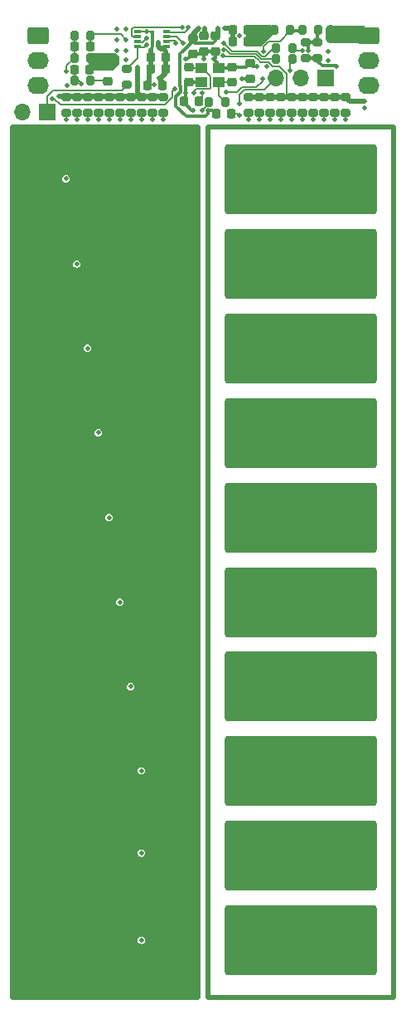
<source format=gbl>
G04 #@! TF.GenerationSoftware,KiCad,Pcbnew,(6.0.7)*
G04 #@! TF.CreationDate,2022-10-27T11:33:35+02:00*
G04 #@! TF.ProjectId,DualLevelSensor,4475616c-4c65-4766-956c-53656e736f72,rev?*
G04 #@! TF.SameCoordinates,Original*
G04 #@! TF.FileFunction,Copper,L4,Bot*
G04 #@! TF.FilePolarity,Positive*
%FSLAX46Y46*%
G04 Gerber Fmt 4.6, Leading zero omitted, Abs format (unit mm)*
G04 Created by KiCad (PCBNEW (6.0.7)) date 2022-10-27 11:33:35*
%MOMM*%
%LPD*%
G01*
G04 APERTURE LIST*
G04 Aperture macros list*
%AMRoundRect*
0 Rectangle with rounded corners*
0 $1 Rounding radius*
0 $2 $3 $4 $5 $6 $7 $8 $9 X,Y pos of 4 corners*
0 Add a 4 corners polygon primitive as box body*
4,1,4,$2,$3,$4,$5,$6,$7,$8,$9,$2,$3,0*
0 Add four circle primitives for the rounded corners*
1,1,$1+$1,$2,$3*
1,1,$1+$1,$4,$5*
1,1,$1+$1,$6,$7*
1,1,$1+$1,$8,$9*
0 Add four rect primitives between the rounded corners*
20,1,$1+$1,$2,$3,$4,$5,0*
20,1,$1+$1,$4,$5,$6,$7,0*
20,1,$1+$1,$6,$7,$8,$9,0*
20,1,$1+$1,$8,$9,$2,$3,0*%
G04 Aperture macros list end*
G04 #@! TA.AperFunction,ComponentPad*
%ADD10O,1.050000X1.900000*%
G04 #@! TD*
G04 #@! TA.AperFunction,ComponentPad*
%ADD11R,1.700000X1.700000*%
G04 #@! TD*
G04 #@! TA.AperFunction,ComponentPad*
%ADD12O,1.700000X1.700000*%
G04 #@! TD*
G04 #@! TA.AperFunction,SMDPad,CuDef*
%ADD13RoundRect,0.200000X0.275000X-0.200000X0.275000X0.200000X-0.275000X0.200000X-0.275000X-0.200000X0*%
G04 #@! TD*
G04 #@! TA.AperFunction,SMDPad,CuDef*
%ADD14RoundRect,0.250000X-7.500000X-3.312500X7.500000X-3.312500X7.500000X3.312500X-7.500000X3.312500X0*%
G04 #@! TD*
G04 #@! TA.AperFunction,SMDPad,CuDef*
%ADD15RoundRect,0.200000X-0.275000X0.200000X-0.275000X-0.200000X0.275000X-0.200000X0.275000X0.200000X0*%
G04 #@! TD*
G04 #@! TA.AperFunction,SMDPad,CuDef*
%ADD16RoundRect,0.225000X-0.250000X0.225000X-0.250000X-0.225000X0.250000X-0.225000X0.250000X0.225000X0*%
G04 #@! TD*
G04 #@! TA.AperFunction,SMDPad,CuDef*
%ADD17RoundRect,0.250000X0.250000X0.250000X-0.250000X0.250000X-0.250000X-0.250000X0.250000X-0.250000X0*%
G04 #@! TD*
G04 #@! TA.AperFunction,SMDPad,CuDef*
%ADD18R,1.150000X1.000000*%
G04 #@! TD*
G04 #@! TA.AperFunction,SMDPad,CuDef*
%ADD19RoundRect,0.225000X0.225000X0.250000X-0.225000X0.250000X-0.225000X-0.250000X0.225000X-0.250000X0*%
G04 #@! TD*
G04 #@! TA.AperFunction,SMDPad,CuDef*
%ADD20RoundRect,0.225000X-0.225000X-0.250000X0.225000X-0.250000X0.225000X0.250000X-0.225000X0.250000X0*%
G04 #@! TD*
G04 #@! TA.AperFunction,SMDPad,CuDef*
%ADD21RoundRect,0.200000X-0.200000X-0.275000X0.200000X-0.275000X0.200000X0.275000X-0.200000X0.275000X0*%
G04 #@! TD*
G04 #@! TA.AperFunction,SMDPad,CuDef*
%ADD22RoundRect,0.225000X0.250000X-0.225000X0.250000X0.225000X-0.250000X0.225000X-0.250000X-0.225000X0*%
G04 #@! TD*
G04 #@! TA.AperFunction,SMDPad,CuDef*
%ADD23RoundRect,0.200000X0.200000X0.275000X-0.200000X0.275000X-0.200000X-0.275000X0.200000X-0.275000X0*%
G04 #@! TD*
G04 #@! TA.AperFunction,ComponentPad*
%ADD24RoundRect,0.250000X-0.845000X0.620000X-0.845000X-0.620000X0.845000X-0.620000X0.845000X0.620000X0*%
G04 #@! TD*
G04 #@! TA.AperFunction,ComponentPad*
%ADD25O,2.190000X1.740000*%
G04 #@! TD*
G04 #@! TA.AperFunction,SMDPad,CuDef*
%ADD26R,0.750000X0.300000*%
G04 #@! TD*
G04 #@! TA.AperFunction,SMDPad,CuDef*
%ADD27R,0.300000X1.700000*%
G04 #@! TD*
G04 #@! TA.AperFunction,ViaPad*
%ADD28C,0.500000*%
G04 #@! TD*
G04 #@! TA.AperFunction,Conductor*
%ADD29C,0.127000*%
G04 #@! TD*
G04 #@! TA.AperFunction,Conductor*
%ADD30C,0.300000*%
G04 #@! TD*
G04 #@! TA.AperFunction,Conductor*
%ADD31C,0.200000*%
G04 #@! TD*
G04 #@! TA.AperFunction,Conductor*
%ADD32C,0.500000*%
G04 #@! TD*
G04 APERTURE END LIST*
D10*
X108075000Y-31250000D03*
X100925000Y-31250000D03*
D11*
X79050000Y-39175000D03*
D12*
X76510000Y-39175000D03*
D13*
X85400000Y-39275000D03*
X85400000Y-37625000D03*
X107350000Y-39275000D03*
X107350000Y-37625000D03*
D14*
X105000000Y-106438000D03*
D15*
X106700000Y-32075000D03*
X106700000Y-33725000D03*
D16*
X95100000Y-31425000D03*
X95100000Y-32975000D03*
D13*
X101850000Y-39275000D03*
X101850000Y-37625000D03*
X102950000Y-39275000D03*
X102950000Y-37625000D03*
D14*
X105000000Y-89188000D03*
X105000000Y-46063000D03*
D17*
X77000000Y-42750000D03*
D18*
X94875000Y-34700000D03*
X96625000Y-34700000D03*
X96625000Y-36100000D03*
X94875000Y-36100000D03*
D19*
X91225000Y-33600000D03*
X89675000Y-33600000D03*
D13*
X82100000Y-39275000D03*
X82100000Y-37625000D03*
D16*
X85275000Y-34475000D03*
X85275000Y-36025000D03*
X96250000Y-31425000D03*
X96250000Y-32975000D03*
D13*
X105150000Y-39275000D03*
X105150000Y-37625000D03*
D20*
X98025000Y-30850000D03*
X99575000Y-30850000D03*
D21*
X81850000Y-33650000D03*
X83500000Y-33650000D03*
D19*
X83425000Y-34850000D03*
X81875000Y-34850000D03*
D22*
X98000000Y-36175000D03*
X98000000Y-34625000D03*
D13*
X106250000Y-39275000D03*
X106250000Y-37625000D03*
D23*
X103925000Y-30800000D03*
X102275000Y-30800000D03*
D14*
X105000000Y-80563000D03*
D20*
X81900000Y-32500000D03*
X83450000Y-32500000D03*
D13*
X89800000Y-39275000D03*
X89800000Y-37625000D03*
X88700000Y-39275000D03*
X88700000Y-37625000D03*
X109550000Y-39275000D03*
X109550000Y-37625000D03*
X83200000Y-39275000D03*
X83200000Y-37625000D03*
D15*
X105500000Y-32075000D03*
X105500000Y-33725000D03*
D14*
X105000000Y-115063000D03*
D23*
X83500000Y-31400000D03*
X81850000Y-31400000D03*
X104125000Y-33800000D03*
X102475000Y-33800000D03*
D14*
X105000000Y-63313000D03*
D20*
X96325000Y-39350000D03*
X97875000Y-39350000D03*
D13*
X100750000Y-39275000D03*
X100750000Y-37625000D03*
D21*
X95625000Y-38150000D03*
X97275000Y-38150000D03*
D24*
X111920000Y-31360000D03*
D25*
X111920000Y-33900000D03*
X111920000Y-36440000D03*
D23*
X104125000Y-32650000D03*
X102475000Y-32650000D03*
D26*
X88350000Y-32500000D03*
X88350000Y-32000000D03*
X88350000Y-31500000D03*
X88350000Y-31000000D03*
X91250000Y-31000000D03*
X91250000Y-31500000D03*
X91250000Y-32000000D03*
X91250000Y-32500000D03*
D27*
X89800000Y-31750000D03*
D23*
X106775000Y-30800000D03*
X105125000Y-30800000D03*
D13*
X81000000Y-39275000D03*
X81000000Y-37625000D03*
D11*
X107500000Y-35750000D03*
D12*
X104960000Y-35750000D03*
X102420000Y-35750000D03*
D13*
X104050000Y-39275000D03*
X104050000Y-37625000D03*
D14*
X105000000Y-97813000D03*
D15*
X87250000Y-34775000D03*
X87250000Y-36425000D03*
D19*
X90875000Y-36500000D03*
X89325000Y-36500000D03*
D14*
X105000000Y-54688000D03*
X105000000Y-71938000D03*
X105000000Y-123688000D03*
D13*
X99650000Y-39275000D03*
X99650000Y-37625000D03*
D24*
X78170000Y-31360000D03*
D25*
X78170000Y-33900000D03*
X78170000Y-36440000D03*
D13*
X108450000Y-39275000D03*
X108450000Y-37625000D03*
D20*
X98025000Y-32000000D03*
X99575000Y-32000000D03*
D13*
X84300000Y-39275000D03*
X84300000Y-37625000D03*
X87600000Y-39275000D03*
X87600000Y-37625000D03*
D16*
X93950000Y-31675000D03*
X93950000Y-33225000D03*
X93550000Y-34625000D03*
X93550000Y-36175000D03*
D13*
X86500000Y-39275000D03*
X86500000Y-37625000D03*
D21*
X81850000Y-36000000D03*
X83500000Y-36000000D03*
D22*
X99800000Y-35775000D03*
X99800000Y-34225000D03*
D19*
X94575000Y-38100000D03*
X93025000Y-38100000D03*
D13*
X90900000Y-39275000D03*
X90900000Y-37625000D03*
D19*
X91225000Y-34750000D03*
X89675000Y-34750000D03*
D28*
X94050000Y-37250000D03*
X93200000Y-33750000D03*
X86200000Y-30750000D03*
X98700000Y-39550000D03*
X100550000Y-34550000D03*
X86200000Y-32900000D03*
X95100000Y-33800000D03*
X81123571Y-36510000D03*
X89700000Y-32850000D03*
X111500000Y-38750000D03*
X89250000Y-31000000D03*
X107800000Y-33000000D03*
X86200000Y-31800000D03*
X84250000Y-33450000D03*
X101488873Y-34540000D03*
X107800000Y-33950000D03*
X93986127Y-39006000D03*
X93250000Y-37250000D03*
X96100000Y-33800000D03*
X84250000Y-34050000D03*
X90048500Y-36381314D03*
X86200000Y-33850000D03*
X87150000Y-30750000D03*
X98950000Y-35800000D03*
X97200000Y-30600000D03*
X87150000Y-32900000D03*
X98700000Y-31400000D03*
X95167978Y-30602996D03*
X87150000Y-33850000D03*
X94950000Y-37240000D03*
X87150000Y-31800000D03*
X90500000Y-35750000D03*
X90450000Y-32050000D03*
X94500000Y-40750000D03*
X75500000Y-129500000D03*
X94500000Y-129500000D03*
X75500000Y-40750000D03*
X95500000Y-40750000D03*
X114500000Y-40750000D03*
X114500000Y-129500000D03*
X95500000Y-129500000D03*
X96550000Y-30600000D03*
X94541483Y-30599959D03*
X95550000Y-39001500D03*
X82600000Y-36300000D03*
X81048500Y-35000000D03*
X105800000Y-32940000D03*
X105150000Y-32940000D03*
X103910890Y-34990785D03*
X101061796Y-35796303D03*
X97386234Y-37196558D03*
X98761127Y-38344000D03*
X81000000Y-39950000D03*
X81000000Y-46000000D03*
X82100000Y-39950000D03*
X82100000Y-54700000D03*
X83200000Y-63300000D03*
X83200000Y-39950000D03*
X84300000Y-71900000D03*
X84300000Y-39950000D03*
X85400000Y-39950000D03*
X85400000Y-80563000D03*
X86500000Y-89200000D03*
X86500000Y-39950000D03*
X87600000Y-97800000D03*
X87600000Y-39950000D03*
X88700000Y-39950000D03*
X88700000Y-106400000D03*
X89800000Y-39950000D03*
X88700000Y-114800000D03*
X90900000Y-39950000D03*
X88700000Y-123700000D03*
X99650000Y-39950000D03*
X99600000Y-46100000D03*
X100750000Y-39950000D03*
X100700000Y-54600000D03*
X101850000Y-39950000D03*
X101800000Y-63300000D03*
X102950000Y-39950000D03*
X102900000Y-71900000D03*
X104000000Y-80600000D03*
X104050000Y-39950000D03*
X105150000Y-39950000D03*
X105200000Y-89100000D03*
X106300000Y-97800000D03*
X106250000Y-39950000D03*
X107300000Y-106400000D03*
X107350000Y-39950000D03*
X108450000Y-39950000D03*
X108500000Y-115000000D03*
X109550000Y-39950000D03*
X109600000Y-123700000D03*
X94923497Y-39001500D03*
X97113873Y-32836127D03*
X97150000Y-32200000D03*
X89250000Y-32350000D03*
X108600000Y-34500000D03*
X88350000Y-34600000D03*
X80250000Y-37600000D03*
X111550000Y-38100000D03*
X97043357Y-33458648D03*
X101200000Y-33000000D03*
X79600000Y-37800000D03*
X92150000Y-36800000D03*
X89250000Y-31650000D03*
X92861127Y-30538873D03*
X93487415Y-30555257D03*
X92950000Y-32126500D03*
X92200000Y-32150000D03*
D29*
X94050000Y-37250000D02*
X94050000Y-37050000D01*
X95650000Y-36800000D02*
X95750000Y-36700000D01*
X95750000Y-36700000D02*
X95750000Y-35575000D01*
X94300000Y-36800000D02*
X95650000Y-36800000D01*
X94875000Y-34700000D02*
X93625000Y-34700000D01*
X94050000Y-37050000D02*
X94300000Y-36800000D01*
X95750000Y-35575000D02*
X94875000Y-34700000D01*
X93625000Y-34700000D02*
X93550000Y-34625000D01*
D30*
X102275000Y-30900000D02*
X101275000Y-30900000D01*
D31*
X89250000Y-31000000D02*
X89600000Y-31000000D01*
D30*
X93250000Y-37250000D02*
X93250000Y-36475000D01*
X93250000Y-36475000D02*
X93550000Y-36175000D01*
X93250000Y-37975000D02*
X93025000Y-38200000D01*
X96625000Y-34325000D02*
X96625000Y-34700000D01*
D31*
X89600000Y-31000000D02*
X89800000Y-31200000D01*
D32*
X89475000Y-36500000D02*
X89475000Y-34950000D01*
D30*
X93831000Y-39006000D02*
X93025000Y-38200000D01*
X94850000Y-33225000D02*
X95100000Y-32975000D01*
D31*
X89800000Y-31750000D02*
X89800000Y-32750000D01*
D30*
X100175000Y-32000000D02*
X100925000Y-31250000D01*
D31*
X89800000Y-32750000D02*
X89700000Y-32850000D01*
D30*
X99575000Y-32000000D02*
X100175000Y-32000000D01*
X95100000Y-33800000D02*
X95100000Y-32975000D01*
X93625000Y-36100000D02*
X93550000Y-36175000D01*
X100125000Y-34550000D02*
X99800000Y-34225000D01*
X101275000Y-30900000D02*
X100925000Y-31250000D01*
D31*
X89443686Y-36381314D02*
X90048500Y-36381314D01*
D30*
X93950000Y-33225000D02*
X94850000Y-33225000D01*
X96625000Y-34700000D02*
X97925000Y-34700000D01*
X93200000Y-33750000D02*
X93425000Y-33750000D01*
X93986127Y-39006000D02*
X93831000Y-39006000D01*
D31*
X89325000Y-36500000D02*
X89443686Y-36381314D01*
D30*
X99575000Y-30850000D02*
X99575000Y-32000000D01*
X96250000Y-33650000D02*
X96250000Y-32975000D01*
X99400000Y-34625000D02*
X99800000Y-34225000D01*
D31*
X89800000Y-31200000D02*
X89800000Y-31750000D01*
D32*
X89700000Y-32850000D02*
X89700000Y-34725000D01*
D30*
X95100000Y-32975000D02*
X96250000Y-32975000D01*
D31*
X88350000Y-31000000D02*
X89250000Y-31000000D01*
D29*
X83500000Y-33650000D02*
X83850000Y-33650000D01*
D32*
X89475000Y-34950000D02*
X89675000Y-34750000D01*
D30*
X96100000Y-33800000D02*
X96625000Y-34325000D01*
X97925000Y-34700000D02*
X98000000Y-34625000D01*
D29*
X83850000Y-33650000D02*
X84250000Y-34050000D01*
D31*
X98500000Y-39350000D02*
X98700000Y-39550000D01*
D30*
X93425000Y-33750000D02*
X93950000Y-33225000D01*
X96100000Y-33800000D02*
X96250000Y-33650000D01*
D32*
X89700000Y-34725000D02*
X89675000Y-34750000D01*
D30*
X98000000Y-34625000D02*
X99400000Y-34625000D01*
X94875000Y-36100000D02*
X93625000Y-36100000D01*
D31*
X97875000Y-39350000D02*
X98500000Y-39350000D01*
D30*
X100550000Y-34550000D02*
X100125000Y-34550000D01*
X93250000Y-37250000D02*
X93250000Y-37975000D01*
D29*
X96625000Y-36100000D02*
X97925000Y-36100000D01*
X97275000Y-38150000D02*
X96625000Y-37500000D01*
X97925000Y-36100000D02*
X98000000Y-36175000D01*
X96625000Y-37500000D02*
X96625000Y-36100000D01*
D32*
X91225000Y-32975000D02*
X91225000Y-33600000D01*
D31*
X86600000Y-31250000D02*
X83650000Y-31250000D01*
D30*
X98950000Y-35800000D02*
X99775000Y-35800000D01*
D32*
X95168483Y-31356517D02*
X95168483Y-30602996D01*
D30*
X99775000Y-35800000D02*
X99800000Y-35775000D01*
D31*
X94950000Y-37825000D02*
X94575000Y-38200000D01*
D32*
X97200000Y-30600000D02*
X97775000Y-30600000D01*
X90700000Y-32750000D02*
X91000000Y-32750000D01*
X95100000Y-31425000D02*
X95168483Y-31356517D01*
X97775000Y-30600000D02*
X98025000Y-30850000D01*
X90500000Y-35750000D02*
X90700000Y-35750000D01*
X91225000Y-34750000D02*
X91225000Y-33600000D01*
X91225000Y-35225000D02*
X91225000Y-34750000D01*
X91025000Y-36500000D02*
X91025000Y-36275000D01*
D31*
X83650000Y-31250000D02*
X83500000Y-31400000D01*
D32*
X90450000Y-32500000D02*
X90700000Y-32750000D01*
D31*
X83450000Y-31450000D02*
X83500000Y-31400000D01*
D32*
X91000000Y-32750000D02*
X91225000Y-32975000D01*
D31*
X87150000Y-31800000D02*
X86600000Y-31250000D01*
D32*
X90700000Y-35750000D02*
X91225000Y-35225000D01*
D31*
X94950000Y-37240000D02*
X94950000Y-37825000D01*
D32*
X91025000Y-36275000D02*
X90500000Y-35750000D01*
D31*
X83450000Y-32500000D02*
X83450000Y-31450000D01*
X91250000Y-32500000D02*
X90450000Y-32500000D01*
X91000000Y-32750000D02*
X91250000Y-32500000D01*
D32*
X98025000Y-32000000D02*
X98025000Y-30850000D01*
X90450000Y-32050000D02*
X90450000Y-32500000D01*
X75500000Y-40750000D02*
X75500000Y-129500000D01*
X75500000Y-129500000D02*
X94500000Y-129500000D01*
X94500000Y-40750000D02*
X75500000Y-40750000D01*
X94500000Y-129500000D02*
X94500000Y-40750000D01*
X114500000Y-129500000D02*
X114500000Y-40750000D01*
X114500000Y-40750000D02*
X95500000Y-40750000D01*
X95500000Y-129500000D02*
X114500000Y-129500000D01*
X95500000Y-40750000D02*
X95500000Y-129500000D01*
D31*
X83500000Y-36000000D02*
X85250000Y-36000000D01*
X85250000Y-36000000D02*
X85275000Y-36025000D01*
D30*
X94550000Y-32150000D02*
X94552000Y-32152000D01*
D29*
X96026500Y-39001500D02*
X96225000Y-39200000D01*
D30*
X94552000Y-32152000D02*
X95998000Y-32152000D01*
X92250000Y-38609935D02*
X93280565Y-39640500D01*
X95550000Y-39350000D02*
X95550000Y-39001500D01*
X93280565Y-39640500D02*
X95259500Y-39640500D01*
D29*
X95550000Y-39001500D02*
X96026500Y-39001500D01*
D30*
X92673000Y-33302000D02*
X92673000Y-36577709D01*
X95976500Y-39001500D02*
X96325000Y-39350000D01*
X95550000Y-39001500D02*
X95976500Y-39001500D01*
X95998000Y-32152000D02*
X96250000Y-31900000D01*
X92677000Y-37123000D02*
X92250000Y-37550000D01*
X95259500Y-39640500D02*
X95550000Y-39350000D01*
D32*
X93950000Y-31191442D02*
X94541483Y-30599959D01*
X93950000Y-31425000D02*
X93950000Y-31191442D01*
D30*
X96250000Y-31900000D02*
X96250000Y-31425000D01*
D32*
X96550000Y-31125000D02*
X96250000Y-31425000D01*
X96550000Y-30600000D02*
X96550000Y-31125000D01*
D30*
X92250000Y-37550000D02*
X92250000Y-38609935D01*
X92677000Y-36581709D02*
X92677000Y-37123000D01*
X92673000Y-36577709D02*
X92677000Y-36581709D01*
X94200000Y-32150000D02*
X94550000Y-32150000D01*
X93950000Y-31900000D02*
X94200000Y-32150000D01*
X93950000Y-31425000D02*
X93950000Y-31900000D01*
X94000000Y-31975000D02*
X92673000Y-33302000D01*
D31*
X82300000Y-36000000D02*
X81850000Y-36000000D01*
X81875000Y-35975000D02*
X81850000Y-36000000D01*
X81875000Y-34850000D02*
X81875000Y-35975000D01*
X82600000Y-36300000D02*
X82300000Y-36000000D01*
X81048500Y-35000000D02*
X81050000Y-34998500D01*
X81050000Y-34998500D02*
X81050000Y-34450000D01*
X81850000Y-31400000D02*
X81850000Y-33650000D01*
X81050000Y-34450000D02*
X81850000Y-33650000D01*
D30*
X105500000Y-32075000D02*
X106700000Y-32075000D01*
X105800000Y-32940000D02*
X105800000Y-32375000D01*
X106700000Y-32075000D02*
X106700000Y-30875000D01*
X105800000Y-32940000D02*
X105800000Y-32475000D01*
X106700000Y-30875000D02*
X106775000Y-30800000D01*
X105800000Y-32375000D02*
X105500000Y-32075000D01*
D29*
X104165000Y-32940000D02*
X103875000Y-32650000D01*
X105150000Y-32940000D02*
X104165000Y-32940000D01*
X103910890Y-34990785D02*
X103910890Y-33835890D01*
X97386234Y-37196558D02*
X98453442Y-37196558D01*
X98996000Y-36654000D02*
X98996000Y-36646000D01*
X100454000Y-36646000D02*
X101061796Y-36038204D01*
X98996000Y-36646000D02*
X100454000Y-36646000D01*
X101061796Y-36038204D02*
X101061796Y-35796303D01*
X98453442Y-37196558D02*
X98996000Y-36654000D01*
X98761127Y-37388873D02*
X98761127Y-38344000D01*
X99250000Y-36900000D02*
X98761127Y-37388873D01*
X102420000Y-35750000D02*
X101270000Y-36900000D01*
X101270000Y-36900000D02*
X99250000Y-36900000D01*
X81000000Y-39275000D02*
X81000000Y-39950000D01*
X82100000Y-39275000D02*
X82100000Y-39950000D01*
X83200000Y-39275000D02*
X83200000Y-39950000D01*
X84300000Y-39275000D02*
X84300000Y-39950000D01*
X85400000Y-39275000D02*
X85400000Y-39950000D01*
X86500000Y-39275000D02*
X86500000Y-39950000D01*
X87600000Y-39275000D02*
X87600000Y-39950000D01*
X88700000Y-39275000D02*
X88700000Y-39950000D01*
X89800000Y-39275000D02*
X89800000Y-39950000D01*
X90900000Y-39275000D02*
X90900000Y-39950000D01*
X99650000Y-39950000D02*
X99650000Y-39275000D01*
X100750000Y-39275000D02*
X100750000Y-39950000D01*
X101850000Y-39275000D02*
X101850000Y-39950000D01*
X102950000Y-39275000D02*
X102950000Y-39950000D01*
X104050000Y-39275000D02*
X104050000Y-39950000D01*
X105150000Y-39275000D02*
X105150000Y-39950000D01*
X106250000Y-39275000D02*
X106250000Y-39950000D01*
X107350000Y-39275000D02*
X107350000Y-39950000D01*
X108450000Y-39275000D02*
X108450000Y-39950000D01*
X109550000Y-39275000D02*
X109550000Y-39950000D01*
X94923497Y-39001500D02*
X95475000Y-38449997D01*
X97113873Y-32836127D02*
X97376917Y-32836127D01*
X100940790Y-33800000D02*
X102225000Y-33800000D01*
X100390790Y-33250000D02*
X100940790Y-33800000D01*
X97790790Y-33250000D02*
X100390790Y-33250000D01*
X97376917Y-32836127D02*
X97790790Y-33250000D01*
X100496000Y-32996000D02*
X101000000Y-33500000D01*
X97946000Y-32996000D02*
X100496000Y-32996000D01*
X102172962Y-32650000D02*
X102225000Y-32650000D01*
X101000000Y-33500000D02*
X101322962Y-33500000D01*
X97150000Y-32200000D02*
X97946000Y-32996000D01*
X101322962Y-33500000D02*
X102172962Y-32650000D01*
X88350000Y-32500000D02*
X88350000Y-33675000D01*
X89000000Y-32600000D02*
X88350000Y-32600000D01*
X89250000Y-32350000D02*
X89000000Y-32600000D01*
X88350000Y-33675000D02*
X87250000Y-34775000D01*
D30*
X106700000Y-34000000D02*
X107000000Y-34300000D01*
X105500000Y-33725000D02*
X106700000Y-33725000D01*
X106700000Y-33725000D02*
X106700000Y-34000000D01*
X107177000Y-34477000D02*
X108000000Y-34477000D01*
X107000000Y-34300000D02*
X107177000Y-34477000D01*
X108577000Y-34477000D02*
X108600000Y-34500000D01*
X108000000Y-34477000D02*
X108577000Y-34477000D01*
D32*
X88350000Y-37275000D02*
X88700000Y-37625000D01*
D29*
X82075000Y-37600000D02*
X82100000Y-37625000D01*
D32*
X90875000Y-37600000D02*
X90900000Y-37625000D01*
D29*
X80250000Y-37600000D02*
X82075000Y-37600000D01*
D32*
X80250000Y-37600000D02*
X90875000Y-37600000D01*
D29*
X88125000Y-37625000D02*
X90900000Y-37625000D01*
D32*
X88350000Y-34600000D02*
X88350000Y-37275000D01*
D29*
X81000000Y-37625000D02*
X88125000Y-37625000D01*
D32*
X111550000Y-38100000D02*
X110025000Y-38100000D01*
D29*
X101700000Y-34100000D02*
X102100000Y-34500000D01*
X100850000Y-34100000D02*
X101700000Y-34100000D01*
X109550000Y-37575000D02*
X99650000Y-37575000D01*
D32*
X109550000Y-37625000D02*
X99650000Y-37625000D01*
D29*
X103575000Y-35275000D02*
X103575000Y-37575000D01*
X100725000Y-33975000D02*
X100850000Y-34100000D01*
X102100000Y-34500000D02*
X102800000Y-34500000D01*
X97043357Y-33458648D02*
X97088709Y-33504000D01*
X100254000Y-33504000D02*
X100725000Y-33975000D01*
X102800000Y-34500000D02*
X103575000Y-35275000D01*
X97088709Y-33504000D02*
X100254000Y-33504000D01*
D32*
X110025000Y-38100000D02*
X109550000Y-37625000D01*
D29*
X101200000Y-33000000D02*
X101200000Y-32500000D01*
X102840500Y-31984500D02*
X103925000Y-30900000D01*
D30*
X105125000Y-30900000D02*
X103925000Y-30900000D01*
D29*
X101200000Y-32500000D02*
X101715500Y-31984500D01*
X101715500Y-31984500D02*
X102840500Y-31984500D01*
X80406000Y-38450000D02*
X79756000Y-37800000D01*
X91900000Y-37050000D02*
X91900000Y-37652250D01*
X79756000Y-37800000D02*
X79600000Y-37800000D01*
X92150000Y-36800000D02*
X91900000Y-37050000D01*
X91900000Y-37652250D02*
X91102250Y-38450000D01*
X91102250Y-38450000D02*
X80406000Y-38450000D01*
X88800000Y-32100000D02*
X88350000Y-32100000D01*
X89250000Y-31650000D02*
X88800000Y-32100000D01*
X87911127Y-30538873D02*
X92861127Y-30538873D01*
X88350000Y-31600000D02*
X87944000Y-31600000D01*
X87750000Y-30700000D02*
X87911127Y-30538873D01*
X87750000Y-31406000D02*
X87750000Y-30700000D01*
X87944000Y-31600000D02*
X87750000Y-31406000D01*
X93150000Y-31100000D02*
X91450000Y-31100000D01*
X91450000Y-31100000D02*
X91350000Y-31000000D01*
X93487415Y-30762585D02*
X93150000Y-31100000D01*
X93487415Y-30555257D02*
X93487415Y-30762585D01*
X92950000Y-32126500D02*
X92323500Y-31500000D01*
X92323500Y-31500000D02*
X91350000Y-31500000D01*
X92200000Y-32150000D02*
X92200000Y-31999462D01*
X92200000Y-31999462D02*
X92150538Y-31950000D01*
X92150538Y-31950000D02*
X91400000Y-31950000D01*
X79700000Y-36950000D02*
X79050000Y-37600000D01*
X79050000Y-37600000D02*
X79050000Y-39175000D01*
X87250000Y-36425000D02*
X86725000Y-36950000D01*
X86725000Y-36950000D02*
X79700000Y-36950000D01*
G04 #@! TA.AperFunction,Conductor*
G36*
X94481694Y-40768306D02*
G01*
X94500000Y-40812500D01*
X94500000Y-129437500D01*
X94481694Y-129481694D01*
X94437500Y-129500000D01*
X75562500Y-129500000D01*
X75518306Y-129481694D01*
X75500000Y-129437500D01*
X75500000Y-123700000D01*
X88317794Y-123700000D01*
X88336500Y-123818108D01*
X88390789Y-123924655D01*
X88475345Y-124009211D01*
X88479724Y-124011442D01*
X88577511Y-124061268D01*
X88577512Y-124061268D01*
X88581892Y-124063500D01*
X88700000Y-124082206D01*
X88818108Y-124063500D01*
X88822488Y-124061268D01*
X88822489Y-124061268D01*
X88920276Y-124011442D01*
X88924655Y-124009211D01*
X89009211Y-123924655D01*
X89063500Y-123818108D01*
X89082206Y-123700000D01*
X89063500Y-123581892D01*
X89009211Y-123475345D01*
X88924655Y-123390789D01*
X88873278Y-123364611D01*
X88822489Y-123338732D01*
X88822488Y-123338732D01*
X88818108Y-123336500D01*
X88700000Y-123317794D01*
X88581892Y-123336500D01*
X88577512Y-123338732D01*
X88577511Y-123338732D01*
X88526722Y-123364611D01*
X88475345Y-123390789D01*
X88390789Y-123475345D01*
X88336500Y-123581892D01*
X88317794Y-123700000D01*
X75500000Y-123700000D01*
X75500000Y-114800000D01*
X88317794Y-114800000D01*
X88336500Y-114918108D01*
X88390789Y-115024655D01*
X88475345Y-115109211D01*
X88479724Y-115111442D01*
X88577511Y-115161268D01*
X88577512Y-115161268D01*
X88581892Y-115163500D01*
X88700000Y-115182206D01*
X88818108Y-115163500D01*
X88822488Y-115161268D01*
X88822489Y-115161268D01*
X88920276Y-115111442D01*
X88924655Y-115109211D01*
X89009211Y-115024655D01*
X89063500Y-114918108D01*
X89082206Y-114800000D01*
X89063500Y-114681892D01*
X89009211Y-114575345D01*
X88924655Y-114490789D01*
X88873278Y-114464611D01*
X88822489Y-114438732D01*
X88822488Y-114438732D01*
X88818108Y-114436500D01*
X88700000Y-114417794D01*
X88581892Y-114436500D01*
X88577512Y-114438732D01*
X88577511Y-114438732D01*
X88526722Y-114464611D01*
X88475345Y-114490789D01*
X88390789Y-114575345D01*
X88336500Y-114681892D01*
X88317794Y-114800000D01*
X75500000Y-114800000D01*
X75500000Y-106400000D01*
X88317794Y-106400000D01*
X88336500Y-106518108D01*
X88390789Y-106624655D01*
X88475345Y-106709211D01*
X88479724Y-106711442D01*
X88577511Y-106761268D01*
X88577512Y-106761268D01*
X88581892Y-106763500D01*
X88700000Y-106782206D01*
X88818108Y-106763500D01*
X88822488Y-106761268D01*
X88822489Y-106761268D01*
X88920276Y-106711442D01*
X88924655Y-106709211D01*
X89009211Y-106624655D01*
X89063500Y-106518108D01*
X89082206Y-106400000D01*
X89063500Y-106281892D01*
X89009211Y-106175345D01*
X88924655Y-106090789D01*
X88873278Y-106064611D01*
X88822489Y-106038732D01*
X88822488Y-106038732D01*
X88818108Y-106036500D01*
X88700000Y-106017794D01*
X88581892Y-106036500D01*
X88577512Y-106038732D01*
X88577511Y-106038732D01*
X88526722Y-106064611D01*
X88475345Y-106090789D01*
X88390789Y-106175345D01*
X88336500Y-106281892D01*
X88317794Y-106400000D01*
X75500000Y-106400000D01*
X75500000Y-97800000D01*
X87217794Y-97800000D01*
X87236500Y-97918108D01*
X87290789Y-98024655D01*
X87375345Y-98109211D01*
X87379724Y-98111442D01*
X87477511Y-98161268D01*
X87477512Y-98161268D01*
X87481892Y-98163500D01*
X87600000Y-98182206D01*
X87718108Y-98163500D01*
X87722488Y-98161268D01*
X87722489Y-98161268D01*
X87820276Y-98111442D01*
X87824655Y-98109211D01*
X87909211Y-98024655D01*
X87963500Y-97918108D01*
X87982206Y-97800000D01*
X87963500Y-97681892D01*
X87909211Y-97575345D01*
X87824655Y-97490789D01*
X87773278Y-97464611D01*
X87722489Y-97438732D01*
X87722488Y-97438732D01*
X87718108Y-97436500D01*
X87600000Y-97417794D01*
X87481892Y-97436500D01*
X87477512Y-97438732D01*
X87477511Y-97438732D01*
X87426722Y-97464611D01*
X87375345Y-97490789D01*
X87290789Y-97575345D01*
X87236500Y-97681892D01*
X87217794Y-97800000D01*
X75500000Y-97800000D01*
X75500000Y-89200000D01*
X86117794Y-89200000D01*
X86136500Y-89318108D01*
X86190789Y-89424655D01*
X86275345Y-89509211D01*
X86279724Y-89511442D01*
X86377511Y-89561268D01*
X86377512Y-89561268D01*
X86381892Y-89563500D01*
X86500000Y-89582206D01*
X86618108Y-89563500D01*
X86622488Y-89561268D01*
X86622489Y-89561268D01*
X86720276Y-89511442D01*
X86724655Y-89509211D01*
X86809211Y-89424655D01*
X86863500Y-89318108D01*
X86882206Y-89200000D01*
X86863500Y-89081892D01*
X86809211Y-88975345D01*
X86724655Y-88890789D01*
X86673278Y-88864611D01*
X86622489Y-88838732D01*
X86622488Y-88838732D01*
X86618108Y-88836500D01*
X86500000Y-88817794D01*
X86381892Y-88836500D01*
X86377512Y-88838732D01*
X86377511Y-88838732D01*
X86326722Y-88864611D01*
X86275345Y-88890789D01*
X86190789Y-88975345D01*
X86136500Y-89081892D01*
X86117794Y-89200000D01*
X75500000Y-89200000D01*
X75500000Y-80563000D01*
X85017794Y-80563000D01*
X85036500Y-80681108D01*
X85090789Y-80787655D01*
X85175345Y-80872211D01*
X85179724Y-80874442D01*
X85277511Y-80924268D01*
X85277512Y-80924268D01*
X85281892Y-80926500D01*
X85400000Y-80945206D01*
X85518108Y-80926500D01*
X85522488Y-80924268D01*
X85522489Y-80924268D01*
X85620276Y-80874442D01*
X85624655Y-80872211D01*
X85709211Y-80787655D01*
X85763500Y-80681108D01*
X85782206Y-80563000D01*
X85763500Y-80444892D01*
X85709211Y-80338345D01*
X85624655Y-80253789D01*
X85573278Y-80227611D01*
X85522489Y-80201732D01*
X85522488Y-80201732D01*
X85518108Y-80199500D01*
X85400000Y-80180794D01*
X85281892Y-80199500D01*
X85277512Y-80201732D01*
X85277511Y-80201732D01*
X85226722Y-80227611D01*
X85175345Y-80253789D01*
X85090789Y-80338345D01*
X85036500Y-80444892D01*
X85017794Y-80563000D01*
X75500000Y-80563000D01*
X75500000Y-71900000D01*
X83917794Y-71900000D01*
X83936500Y-72018108D01*
X83990789Y-72124655D01*
X84075345Y-72209211D01*
X84079724Y-72211442D01*
X84177511Y-72261268D01*
X84177512Y-72261268D01*
X84181892Y-72263500D01*
X84300000Y-72282206D01*
X84418108Y-72263500D01*
X84422488Y-72261268D01*
X84422489Y-72261268D01*
X84520276Y-72211442D01*
X84524655Y-72209211D01*
X84609211Y-72124655D01*
X84663500Y-72018108D01*
X84682206Y-71900000D01*
X84663500Y-71781892D01*
X84609211Y-71675345D01*
X84524655Y-71590789D01*
X84473278Y-71564611D01*
X84422489Y-71538732D01*
X84422488Y-71538732D01*
X84418108Y-71536500D01*
X84300000Y-71517794D01*
X84181892Y-71536500D01*
X84177512Y-71538732D01*
X84177511Y-71538732D01*
X84126722Y-71564611D01*
X84075345Y-71590789D01*
X83990789Y-71675345D01*
X83936500Y-71781892D01*
X83917794Y-71900000D01*
X75500000Y-71900000D01*
X75500000Y-63300000D01*
X82817794Y-63300000D01*
X82836500Y-63418108D01*
X82890789Y-63524655D01*
X82975345Y-63609211D01*
X82979724Y-63611442D01*
X83077511Y-63661268D01*
X83077512Y-63661268D01*
X83081892Y-63663500D01*
X83200000Y-63682206D01*
X83318108Y-63663500D01*
X83322488Y-63661268D01*
X83322489Y-63661268D01*
X83420276Y-63611442D01*
X83424655Y-63609211D01*
X83509211Y-63524655D01*
X83563500Y-63418108D01*
X83582206Y-63300000D01*
X83563500Y-63181892D01*
X83509211Y-63075345D01*
X83424655Y-62990789D01*
X83373278Y-62964611D01*
X83322489Y-62938732D01*
X83322488Y-62938732D01*
X83318108Y-62936500D01*
X83200000Y-62917794D01*
X83081892Y-62936500D01*
X83077512Y-62938732D01*
X83077511Y-62938732D01*
X83026722Y-62964611D01*
X82975345Y-62990789D01*
X82890789Y-63075345D01*
X82836500Y-63181892D01*
X82817794Y-63300000D01*
X75500000Y-63300000D01*
X75500000Y-54700000D01*
X81717794Y-54700000D01*
X81736500Y-54818108D01*
X81790789Y-54924655D01*
X81875345Y-55009211D01*
X81879724Y-55011442D01*
X81977511Y-55061268D01*
X81977512Y-55061268D01*
X81981892Y-55063500D01*
X82100000Y-55082206D01*
X82218108Y-55063500D01*
X82222488Y-55061268D01*
X82222489Y-55061268D01*
X82320276Y-55011442D01*
X82324655Y-55009211D01*
X82409211Y-54924655D01*
X82463500Y-54818108D01*
X82482206Y-54700000D01*
X82463500Y-54581892D01*
X82409211Y-54475345D01*
X82324655Y-54390789D01*
X82273278Y-54364611D01*
X82222489Y-54338732D01*
X82222488Y-54338732D01*
X82218108Y-54336500D01*
X82100000Y-54317794D01*
X81981892Y-54336500D01*
X81977512Y-54338732D01*
X81977511Y-54338732D01*
X81926722Y-54364611D01*
X81875345Y-54390789D01*
X81790789Y-54475345D01*
X81736500Y-54581892D01*
X81717794Y-54700000D01*
X75500000Y-54700000D01*
X75500000Y-46000000D01*
X80617794Y-46000000D01*
X80636500Y-46118108D01*
X80690789Y-46224655D01*
X80775345Y-46309211D01*
X80779724Y-46311442D01*
X80877511Y-46361268D01*
X80877512Y-46361268D01*
X80881892Y-46363500D01*
X81000000Y-46382206D01*
X81118108Y-46363500D01*
X81122488Y-46361268D01*
X81122489Y-46361268D01*
X81220276Y-46311442D01*
X81224655Y-46309211D01*
X81309211Y-46224655D01*
X81363500Y-46118108D01*
X81382206Y-46000000D01*
X81363500Y-45881892D01*
X81309211Y-45775345D01*
X81224655Y-45690789D01*
X81173278Y-45664611D01*
X81122489Y-45638732D01*
X81122488Y-45638732D01*
X81118108Y-45636500D01*
X81000000Y-45617794D01*
X80881892Y-45636500D01*
X80877512Y-45638732D01*
X80877511Y-45638732D01*
X80826722Y-45664611D01*
X80775345Y-45690789D01*
X80690789Y-45775345D01*
X80636500Y-45881892D01*
X80617794Y-46000000D01*
X75500000Y-46000000D01*
X75500000Y-40812500D01*
X75518306Y-40768306D01*
X75562500Y-40750000D01*
X94437500Y-40750000D01*
X94481694Y-40768306D01*
G37*
G04 #@! TD.AperFunction*
G04 #@! TA.AperFunction,Conductor*
G36*
X111481694Y-30418306D02*
G01*
X111500000Y-30462500D01*
X111500000Y-32137500D01*
X111481694Y-32181694D01*
X111437500Y-32200000D01*
X108062500Y-32200000D01*
X108018306Y-32181694D01*
X108000000Y-32137500D01*
X108000000Y-30462500D01*
X108018306Y-30418306D01*
X108062500Y-30400000D01*
X111437500Y-30400000D01*
X111481694Y-30418306D01*
G37*
G04 #@! TD.AperFunction*
G04 #@! TA.AperFunction,Conductor*
G36*
X101918146Y-30317448D02*
G01*
X102080819Y-30473865D01*
X102100000Y-30518917D01*
X102100000Y-31274112D01*
X102081694Y-31318306D01*
X100918306Y-32481694D01*
X100874112Y-32500000D01*
X99725888Y-32500000D01*
X99681694Y-32481694D01*
X99418306Y-32218306D01*
X99400000Y-32174112D01*
X99400000Y-30725888D01*
X99418306Y-30681694D01*
X99781694Y-30318306D01*
X99825888Y-30300000D01*
X101874827Y-30300000D01*
X101918146Y-30317448D01*
G37*
G04 #@! TD.AperFunction*
G04 #@! TA.AperFunction,Conductor*
G36*
X86118306Y-33218306D02*
G01*
X86431694Y-33531694D01*
X86450000Y-33575888D01*
X86450000Y-34224112D01*
X86431694Y-34268306D01*
X85768306Y-34931694D01*
X85724112Y-34950000D01*
X83362500Y-34950000D01*
X83318306Y-34931694D01*
X83300000Y-34887500D01*
X83300000Y-33262500D01*
X83318306Y-33218306D01*
X83362500Y-33200000D01*
X86074112Y-33200000D01*
X86118306Y-33218306D01*
G37*
G04 #@! TD.AperFunction*
M02*

</source>
